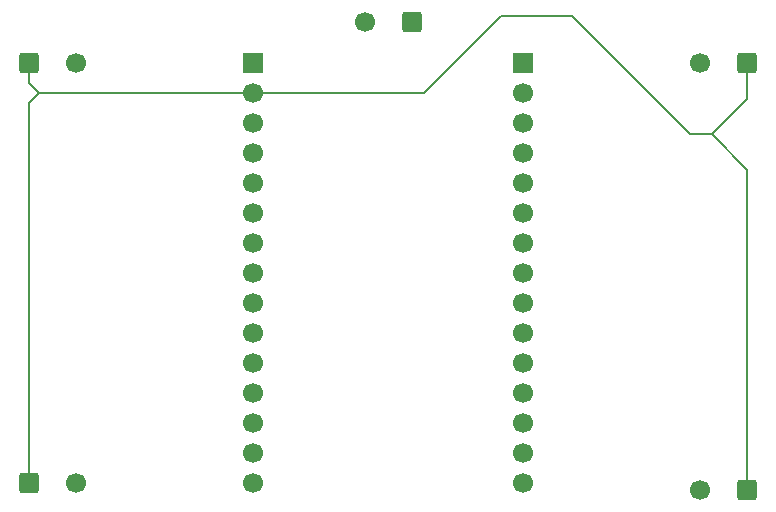
<source format=gbr>
%TF.GenerationSoftware,KiCad,Pcbnew,9.0.2*%
%TF.CreationDate,2025-06-07T15:03:37+08:00*%
%TF.ProjectId,fks-0,666b732d-302e-46b6-9963-61645f706362,rev?*%
%TF.SameCoordinates,Original*%
%TF.FileFunction,Copper,L2,Bot*%
%TF.FilePolarity,Positive*%
%FSLAX46Y46*%
G04 Gerber Fmt 4.6, Leading zero omitted, Abs format (unit mm)*
G04 Created by KiCad (PCBNEW 9.0.2) date 2025-06-07 15:03:37*
%MOMM*%
%LPD*%
G01*
G04 APERTURE LIST*
G04 Aperture macros list*
%AMRoundRect*
0 Rectangle with rounded corners*
0 $1 Rounding radius*
0 $2 $3 $4 $5 $6 $7 $8 $9 X,Y pos of 4 corners*
0 Add a 4 corners polygon primitive as box body*
4,1,4,$2,$3,$4,$5,$6,$7,$8,$9,$2,$3,0*
0 Add four circle primitives for the rounded corners*
1,1,$1+$1,$2,$3*
1,1,$1+$1,$4,$5*
1,1,$1+$1,$6,$7*
1,1,$1+$1,$8,$9*
0 Add four rect primitives between the rounded corners*
20,1,$1+$1,$2,$3,$4,$5,0*
20,1,$1+$1,$4,$5,$6,$7,0*
20,1,$1+$1,$6,$7,$8,$9,0*
20,1,$1+$1,$8,$9,$2,$3,0*%
G04 Aperture macros list end*
%TA.AperFunction,ComponentPad*%
%ADD10C,1.700000*%
%TD*%
%TA.AperFunction,ComponentPad*%
%ADD11RoundRect,0.250000X0.600000X0.600000X-0.600000X0.600000X-0.600000X-0.600000X0.600000X-0.600000X0*%
%TD*%
%TA.AperFunction,ComponentPad*%
%ADD12R,1.700000X1.700000*%
%TD*%
%TA.AperFunction,ComponentPad*%
%ADD13RoundRect,0.250000X-0.600000X-0.600000X0.600000X-0.600000X0.600000X0.600000X-0.600000X0.600000X0*%
%TD*%
%TA.AperFunction,Conductor*%
%ADD14C,0.200000*%
%TD*%
G04 APERTURE END LIST*
D10*
%TO.P,M4,1,+*%
%TO.N,/D35*%
X62140000Y-143940000D03*
D11*
%TO.P,M4,2,-*%
%TO.N,/GND*%
X58140000Y-143940000D03*
%TD*%
D12*
%TO.P,J1,1,Pin_1*%
%TO.N,/3V3*%
X77140000Y-143940000D03*
D10*
%TO.P,J1,2,Pin_2*%
%TO.N,/GND*%
X77140000Y-146480000D03*
%TO.P,J1,3,Pin_3*%
%TO.N,unconnected-(J1-Pin_3-Pad3)*%
X77140000Y-149020000D03*
%TO.P,J1,4,Pin_4*%
%TO.N,unconnected-(J1-Pin_4-Pad4)*%
X77140000Y-151560000D03*
%TO.P,J1,5,Pin_5*%
%TO.N,unconnected-(J1-Pin_5-Pad5)*%
X77140000Y-154100000D03*
%TO.P,J1,6,Pin_6*%
%TO.N,unconnected-(J1-Pin_6-Pad6)*%
X77140000Y-156640000D03*
%TO.P,J1,7,Pin_7*%
%TO.N,unconnected-(J1-Pin_7-Pad7)*%
X77140000Y-159180000D03*
%TO.P,J1,8,Pin_8*%
%TO.N,unconnected-(J1-Pin_8-Pad8)*%
X77140000Y-161720000D03*
%TO.P,J1,9,Pin_9*%
%TO.N,unconnected-(J1-Pin_9-Pad9)*%
X77140000Y-164260000D03*
%TO.P,J1,10,Pin_10*%
%TO.N,unconnected-(J1-Pin_10-Pad10)*%
X77140000Y-166800000D03*
%TO.P,J1,11,Pin_11*%
%TO.N,unconnected-(J1-Pin_11-Pad11)*%
X77140000Y-169340000D03*
%TO.P,J1,12,Pin_12*%
%TO.N,unconnected-(J1-Pin_12-Pad12)*%
X77140000Y-171880000D03*
%TO.P,J1,13,Pin_13*%
%TO.N,unconnected-(J1-Pin_13-Pad13)*%
X77140000Y-174420000D03*
%TO.P,J1,14,Pin_14*%
%TO.N,unconnected-(J1-Pin_14-Pad14)*%
X77140000Y-176960000D03*
%TO.P,J1,15,Pin_15*%
%TO.N,unconnected-(J1-Pin_15-Pad15)*%
X77140000Y-179500000D03*
%TD*%
D11*
%TO.P,M3,1,+*%
%TO.N,/GND*%
X118990000Y-180100000D03*
D10*
%TO.P,M3,2,-*%
%TO.N,/D32*%
X114990000Y-180100000D03*
%TD*%
D13*
%TO.P,M1,1,+*%
%TO.N,/GND*%
X58140000Y-179500000D03*
D10*
%TO.P,M1,2,-*%
%TO.N,/D34*%
X62140000Y-179500000D03*
%TD*%
D12*
%TO.P,J2,1,Pin_1*%
%TO.N,/VIN*%
X100000000Y-143940000D03*
D10*
%TO.P,J2,2,Pin_2*%
%TO.N,/GND*%
X100000000Y-146480000D03*
%TO.P,J2,3,Pin_3*%
%TO.N,unconnected-(J2-Pin_3-Pad3)*%
X100000000Y-149020000D03*
%TO.P,J2,4,Pin_4*%
%TO.N,unconnected-(J2-Pin_4-Pad4)*%
X100000000Y-151560000D03*
%TO.P,J2,5,Pin_5*%
%TO.N,unconnected-(J2-Pin_5-Pad5)*%
X100000000Y-154100000D03*
%TO.P,J2,6,Pin_6*%
%TO.N,unconnected-(J2-Pin_6-Pad6)*%
X100000000Y-156640000D03*
%TO.P,J2,7,Pin_7*%
%TO.N,unconnected-(J2-Pin_7-Pad7)*%
X100000000Y-159180000D03*
%TO.P,J2,8,Pin_8*%
%TO.N,unconnected-(J2-Pin_8-Pad8)*%
X100000000Y-161720000D03*
%TO.P,J2,9,Pin_9*%
%TO.N,/D33*%
X100000000Y-164260000D03*
%TO.P,J2,10,Pin_10*%
%TO.N,/D32*%
X100000000Y-166800000D03*
%TO.P,J2,11,Pin_11*%
%TO.N,/D35*%
X100000000Y-169340000D03*
%TO.P,J2,12,Pin_12*%
%TO.N,/D34*%
X100000000Y-171880000D03*
%TO.P,J2,13,Pin_13*%
%TO.N,unconnected-(J2-Pin_13-Pad13)*%
X100000000Y-174420000D03*
%TO.P,J2,14,Pin_14*%
%TO.N,unconnected-(J2-Pin_14-Pad14)*%
X100000000Y-176960000D03*
%TO.P,J2,15,Pin_15*%
%TO.N,unconnected-(J2-Pin_15-Pad15)*%
X100000000Y-179500000D03*
%TD*%
D11*
%TO.P,BT1,1,+*%
%TO.N,/VIN*%
X90640000Y-140500000D03*
D10*
%TO.P,BT1,2,-*%
%TO.N,/GND*%
X86640000Y-140500000D03*
%TD*%
%TO.P,M2,1,+*%
%TO.N,/D33*%
X114990000Y-143950000D03*
D13*
%TO.P,M2,2,-*%
%TO.N,/GND*%
X118990000Y-143950000D03*
%TD*%
D14*
%TO.N,/GND*%
X118990000Y-152990000D02*
X118990000Y-180100000D01*
X118990000Y-147010000D02*
X118990000Y-143950000D01*
X59020000Y-146480000D02*
X59000000Y-146500000D01*
X77140000Y-146480000D02*
X91660000Y-146480000D01*
X91660000Y-146480000D02*
X98140000Y-140000000D01*
X104140000Y-140000000D02*
X114140000Y-150000000D01*
X77140000Y-146480000D02*
X59020000Y-146480000D01*
X116000000Y-150000000D02*
X118990000Y-152990000D01*
X58140000Y-147360000D02*
X58140000Y-179500000D01*
X59000000Y-146500000D02*
X58140000Y-147360000D01*
X98140000Y-140000000D02*
X104140000Y-140000000D01*
X116000000Y-150000000D02*
X118990000Y-147010000D01*
X59000000Y-146500000D02*
X58140000Y-145640000D01*
X114140000Y-150000000D02*
X116000000Y-150000000D01*
X58140000Y-145640000D02*
X58140000Y-143940000D01*
%TD*%
M02*

</source>
